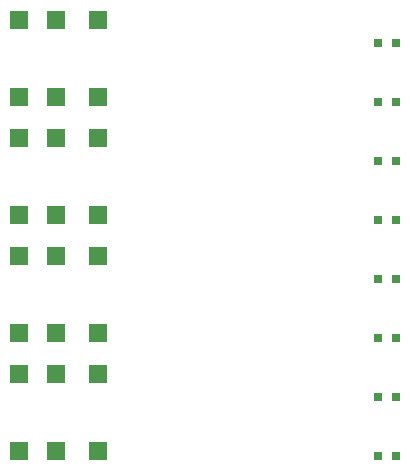
<source format=gtp>
G04 #@! TF.GenerationSoftware,KiCad,Pcbnew,(2017-06-12 revision 19d5cc754)-master*
G04 #@! TF.CreationDate,2017-12-09T12:00:16+01:00*
G04 #@! TF.ProjectId,RPi_Hat,5250695F4861742E6B696361645F7063,rev?*
G04 #@! TF.FileFunction,Paste,Top*
G04 #@! TF.FilePolarity,Positive*
%FSLAX46Y46*%
G04 Gerber Fmt 4.6, Leading zero omitted, Abs format (unit mm)*
G04 Created by KiCad (PCBNEW (2017-06-12 revision 19d5cc754)-master) date 2017 December 09, Saturday 12:00:16*
%MOMM*%
%LPD*%
G01*
G04 APERTURE LIST*
%ADD10C,0.100000*%
%ADD11R,1.500000X1.500000*%
%ADD12R,0.797560X0.797560*%
G04 APERTURE END LIST*
D10*
D11*
X-16500000Y-48561510D03*
X-20000000Y-48561510D03*
X-23200000Y-48561510D03*
X-16500000Y-42061510D03*
X-20000000Y-42061510D03*
X-23200000Y-42061510D03*
X-23200000Y-32061510D03*
X-20000000Y-32061510D03*
X-16500000Y-32061510D03*
X-23200000Y-38561510D03*
X-20000000Y-38561510D03*
X-16500000Y-38561510D03*
X-23200000Y-22061510D03*
X-20000000Y-22061510D03*
X-16500000Y-22061510D03*
X-23200000Y-28561510D03*
X-20000000Y-28561510D03*
X-16500000Y-28561510D03*
X-16500000Y-18561510D03*
X-20000000Y-18561510D03*
X-23200000Y-18561510D03*
X-16500000Y-12061510D03*
X-20000000Y-12061510D03*
X-23200000Y-12061510D03*
D12*
X8749300Y-49000000D03*
X7250700Y-49000000D03*
X7250700Y-44000000D03*
X8749300Y-44000000D03*
X8749300Y-39000000D03*
X7250700Y-39000000D03*
X7250700Y-34000000D03*
X8749300Y-34000000D03*
X8749300Y-29000000D03*
X7250700Y-29000000D03*
X8749300Y-24000000D03*
X7250700Y-24000000D03*
X7250700Y-19000000D03*
X8749300Y-19000000D03*
X7250700Y-14000000D03*
X8749300Y-14000000D03*
M02*

</source>
